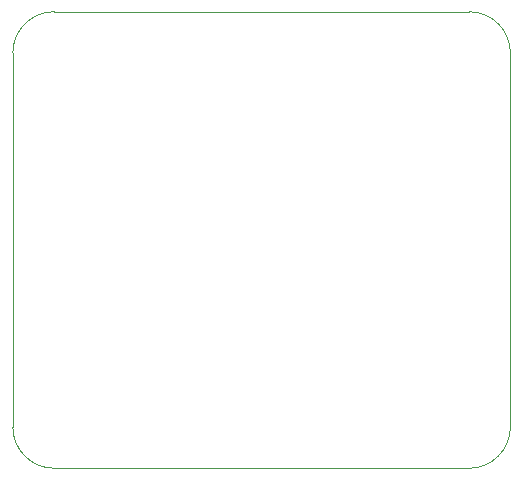
<source format=gbr>
%TF.GenerationSoftware,KiCad,Pcbnew,8.0.6-8.0.6-0~ubuntu24.04.1*%
%TF.CreationDate,2024-10-24T15:12:09+03:00*%
%TF.ProjectId,navigator,6e617669-6761-4746-9f72-2e6b69636164,rev?*%
%TF.SameCoordinates,Original*%
%TF.FileFunction,Profile,NP*%
%FSLAX46Y46*%
G04 Gerber Fmt 4.6, Leading zero omitted, Abs format (unit mm)*
G04 Created by KiCad (PCBNEW 8.0.6-8.0.6-0~ubuntu24.04.1) date 2024-10-24 15:12:09*
%MOMM*%
%LPD*%
G01*
G04 APERTURE LIST*
%TA.AperFunction,Profile*%
%ADD10C,0.050000*%
%TD*%
G04 APERTURE END LIST*
D10*
X115288055Y-82898055D02*
G75*
G02*
X111778055Y-86408055I-3509995J-5D01*
G01*
X76660000Y-86408055D02*
G75*
G02*
X73150045Y-82898055I0J3509955D01*
G01*
X115288055Y-82898055D02*
X115288055Y-51260000D01*
X111778055Y-86408055D02*
X76660000Y-86408055D01*
X73150000Y-51260000D02*
G75*
G02*
X76660000Y-47750000I3510000J0D01*
G01*
X111778055Y-47750000D02*
G75*
G02*
X115288100Y-51260000I45J-3510000D01*
G01*
X73150000Y-82898055D02*
X73150000Y-51260000D01*
X76660000Y-47750000D02*
X111778055Y-47750000D01*
M02*

</source>
